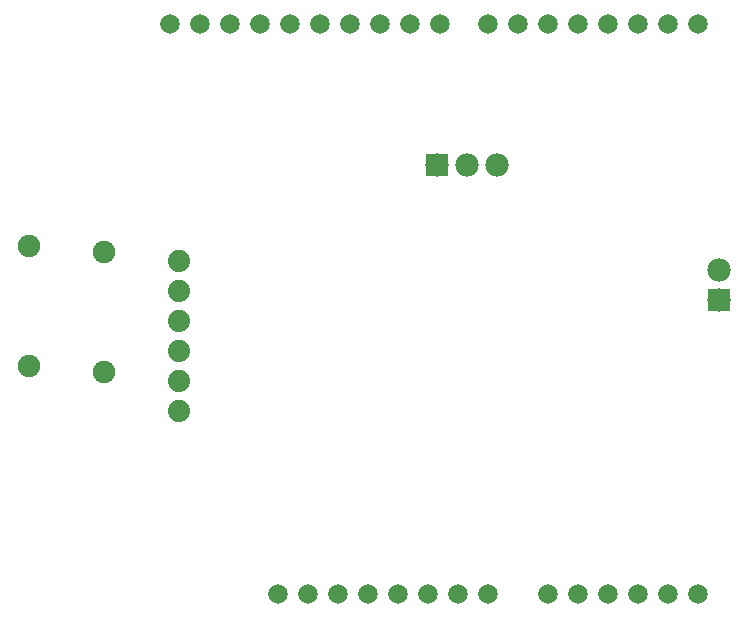
<source format=gbl>
G04 MADE WITH FRITZING*
G04 WWW.FRITZING.ORG*
G04 DOUBLE SIDED*
G04 HOLES PLATED*
G04 CONTOUR ON CENTER OF CONTOUR VECTOR*
%ASAXBY*%
%FSLAX23Y23*%
%MOIN*%
%OFA0B0*%
%SFA1.0B1.0*%
%ADD10C,0.065278*%
%ADD11C,0.074000*%
%ADD12C,0.078000*%
%ADD13C,0.075000*%
%ADD14R,0.078000X0.078000*%
%LNCOPPER0*%
G90*
G70*
G54D10*
X2132Y222D03*
X2232Y222D03*
X2332Y222D03*
X2432Y222D03*
X2532Y222D03*
X1672Y2122D03*
X1572Y2122D03*
X1472Y2122D03*
X1372Y2122D03*
X1272Y2122D03*
X1172Y2122D03*
X1072Y2122D03*
X972Y2122D03*
X872Y2122D03*
X772Y2122D03*
X2532Y2122D03*
X2432Y2122D03*
X2332Y2122D03*
X2232Y2122D03*
X2132Y2122D03*
X2032Y2122D03*
X1932Y2122D03*
X1832Y2122D03*
X1232Y222D03*
X1132Y222D03*
X1332Y222D03*
X1432Y222D03*
X1532Y222D03*
X1632Y222D03*
X1732Y222D03*
X1832Y222D03*
X2032Y222D03*
G54D11*
X802Y832D03*
X802Y932D03*
X802Y1032D03*
X802Y1132D03*
X802Y1232D03*
X802Y1332D03*
G54D12*
X2602Y1202D03*
X2602Y1302D03*
X1662Y1652D03*
X1762Y1652D03*
X1862Y1652D03*
G54D13*
X302Y1382D03*
X302Y982D03*
X552Y962D03*
X552Y1362D03*
G54D14*
X2602Y1202D03*
X1662Y1652D03*
G04 End of Copper0*
M02*
</source>
